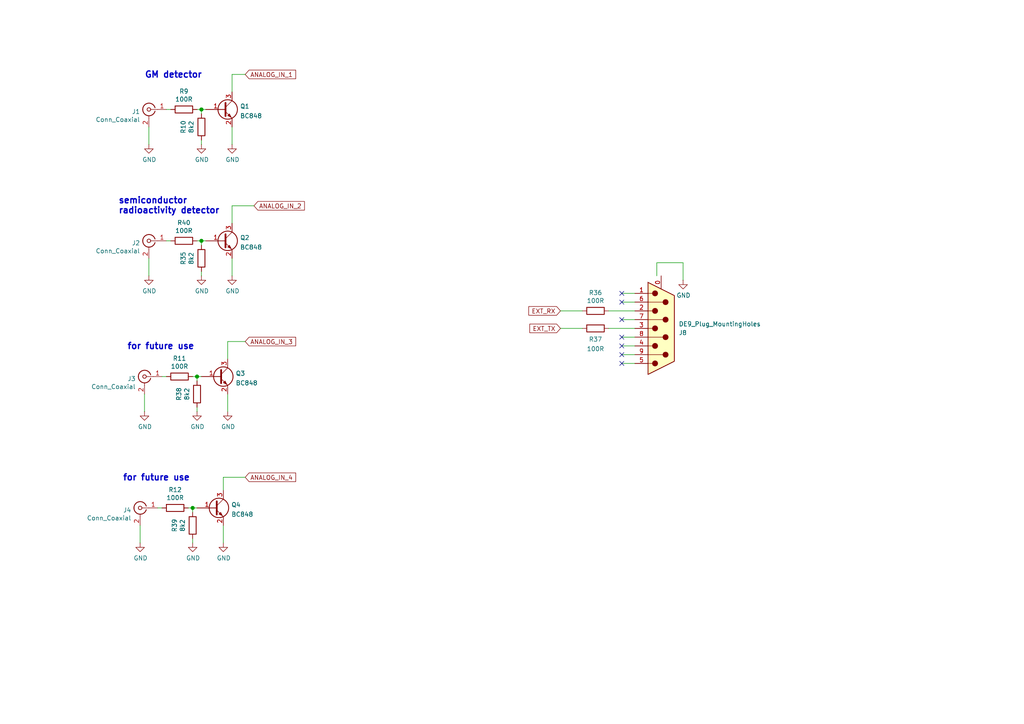
<source format=kicad_sch>
(kicad_sch (version 20231120) (generator "eeschema") (generator_version "8.0")
  (paper "A4")
  (lib_symbols
    (symbol "Connector:Conn_Coaxial" (pin_names (offset 1.016) hide)
      (property "Reference" "J" (at 0.254 3.048 0))
      (property "Value" "Conn_Coaxial" (at 2.921 0 90))
      (symbol "Conn_Coaxial_0_1"
        (arc (start -1.778 -0.508) (mid 0.2311 -1.8066) (end 1.778 0) (stroke (width 0.254)))
        (polyline (pts (xy -2.54 0) (xy -0.508 0)))
        (polyline (pts (xy 0 -2.54) (xy 0 -1.778)))
        (circle (center 0 0) (radius 0.508) (stroke (width 0.2032)))
        (arc (start 1.778 0) (mid 0.2099 1.8101) (end -1.778 0.508) (stroke (width 0.254)))
      )
      (symbol "Conn_Coaxial_1_1"
        (pin passive line (at -5.08 0 0) (length 2.54) (name "In") (number "1"))
        (pin passive line (at 0 -5.08 90) (length 2.54) (name "Ext") (number "2"))
      )
    )
    (symbol "Connector:DE9_Plug_MountingHoles" (pin_names (offset 1.016) hide)
      (property "Reference" "J" (at 0 16.51 0))
      (property "Value" "DE9_Plug_MountingHoles" (at 0 14.605 0))
      (symbol "DE9_Plug_MountingHoles_0_1"
        (circle (center -1.778 -10.16) (radius 0.762) (fill (type outline)))
        (circle (center -1.778 -5.08) (radius 0.762) (fill (type outline)))
        (circle (center -1.778 0) (radius 0.762) (fill (type outline)))
        (circle (center -1.778 5.08) (radius 0.762) (fill (type outline)))
        (circle (center -1.778 10.16) (radius 0.762) (fill (type outline)))
        (polyline (pts (xy -3.81 -10.16) (xy -2.54 -10.16)))
        (polyline (pts (xy -3.81 -7.62) (xy 0.508 -7.62)))
        (polyline (pts (xy -3.81 -5.08) (xy -2.54 -5.08)))
        (polyline (pts (xy -3.81 -2.54) (xy 0.508 -2.54)))
        (polyline (pts (xy -3.81 0) (xy -2.54 0)))
        (polyline (pts (xy -3.81 2.54) (xy 0.508 2.54)))
        (polyline (pts (xy -3.81 5.08) (xy -2.54 5.08)))
        (polyline (pts (xy -3.81 7.62) (xy 0.508 7.62)))
        (polyline (pts (xy -3.81 10.16) (xy -2.54 10.16)))
        (polyline (pts (xy -3.81 -13.335) (xy -3.81 13.335) (xy 3.81 9.525) (xy 3.81 -9.525) (xy -3.81 -13.335)) (stroke (width 0.254)) (fill (type background)))
        (circle (center 1.27 -7.62) (radius 0.762) (fill (type outline)))
        (circle (center 1.27 -2.54) (radius 0.762) (fill (type outline)))
        (circle (center 1.27 2.54) (radius 0.762) (fill (type outline)))
        (circle (center 1.27 7.62) (radius 0.762) (fill (type outline)))
      )
      (symbol "DE9_Plug_MountingHoles_1_1"
        (pin passive line (at 0 -15.24 90) (length 3.81) (name "PAD") (number "0"))
        (pin passive line (at -7.62 -10.16 0) (length 3.81) (name "1") (number "1"))
        (pin passive line (at -7.62 -5.08 0) (length 3.81) (name "2") (number "2"))
        (pin passive line (at -7.62 0 0) (length 3.81) (name "3") (number "3"))
        (pin passive line (at -7.62 5.08 0) (length 3.81) (name "4") (number "4"))
        (pin passive line (at -7.62 10.16 0) (length 3.81) (name "5") (number "5"))
        (pin passive line (at -7.62 -7.62 0) (length 3.81) (name "6") (number "6"))
        (pin passive line (at -7.62 -2.54 0) (length 3.81) (name "7") (number "7"))
        (pin passive line (at -7.62 2.54 0) (length 3.81) (name "8") (number "8"))
        (pin passive line (at -7.62 7.62 0) (length 3.81) (name "9") (number "9"))
      )
    )
    (symbol "Device:R" (pin_numbers hide) (pin_names (offset 0))
      (property "Reference" "R" (at 2.032 0 90))
      (property "Value" "R" (at 0 0 90))
      (symbol "R_0_1"
        (rectangle (start -1.016 -2.54) (end 1.016 2.54) (stroke (width 0.254)))
      )
      (symbol "R_1_1"
        (pin passive line (at 0 3.81 270) (length 1.27) (name "~") (number "1"))
        (pin passive line (at 0 -3.81 90) (length 1.27) (name "~") (number "2"))
      )
    )
    (symbol "Transistor_BJT:BC848" (pin_names (offset 0) hide)
      (property "Reference" "Q" (at 5.08 1.905 0))
      (property "Value" "BC848" (at 5.08 0 0))
      (symbol "BC848_0_1"
        (polyline (pts (xy 0.635 0.635) (xy 2.54 2.54)))
        (polyline (pts (xy 0.635 -0.635) (xy 2.54 -2.54) (xy 2.54 -2.54)))
        (polyline (pts (xy 0.635 1.905) (xy 0.635 -1.905) (xy 0.635 -1.905)) (stroke (width 0.508)))
        (polyline (pts (xy 1.27 -1.778) (xy 1.778 -1.27) (xy 2.286 -2.286) (xy 1.27 -1.778) (xy 1.27 -1.778)) (fill (type outline)))
        (circle (center 1.27 0) (radius 2.8194) (stroke (width 0.254)))
      )
      (symbol "BC848_1_1"
        (pin input line (at -5.08 0 0) (length 5.715) (name "B") (number "1"))
        (pin passive line (at 2.54 -5.08 90) (length 2.54) (name "E") (number "2"))
        (pin passive line (at 2.54 5.08 270) (length 2.54) (name "C") (number "3"))
      )
    )
    (symbol "Transistor_BJT:BC848_1" (pin_names (offset 0) hide)
      (property "Reference" "Q" (at 5.08 1.905 0))
      (property "Value" "BC848" (at 5.08 0 0))
      (symbol "BC848_1_0_1"
        (polyline (pts (xy 0.635 0.635) (xy 2.54 2.54)))
        (polyline (pts (xy 0.635 -0.635) (xy 2.54 -2.54) (xy 2.54 -2.54)))
        (polyline (pts (xy 0.635 1.905) (xy 0.635 -1.905) (xy 0.635 -1.905)) (stroke (width 0.508)))
        (polyline (pts (xy 1.27 -1.778) (xy 1.778 -1.27) (xy 2.286 -2.286) (xy 1.27 -1.778) (xy 1.27 -1.778)) (fill (type outline)))
        (circle (center 1.27 0) (radius 2.8194) (stroke (width 0.254)))
      )
      (symbol "BC848_1_1_1"
        (pin input line (at -5.08 0 0) (length 5.715) (name "B") (number "1"))
        (pin passive line (at 2.54 -5.08 90) (length 2.54) (name "E") (number "2"))
        (pin passive line (at 2.54 5.08 270) (length 2.54) (name "C") (number "3"))
      )
    )
    (symbol "Transistor_BJT:BC848_2" (pin_names (offset 0) hide)
      (property "Reference" "Q" (at 5.08 1.905 0))
      (property "Value" "BC848" (at 5.08 0 0))
      (symbol "BC848_2_0_1"
        (polyline (pts (xy 0.635 0.635) (xy 2.54 2.54)))
        (polyline (pts (xy 0.635 -0.635) (xy 2.54 -2.54) (xy 2.54 -2.54)))
        (polyline (pts (xy 0.635 1.905) (xy 0.635 -1.905) (xy 0.635 -1.905)) (stroke (width 0.508)))
        (polyline (pts (xy 1.27 -1.778) (xy 1.778 -1.27) (xy 2.286 -2.286) (xy 1.27 -1.778) (xy 1.27 -1.778)) (fill (type outline)))
        (circle (center 1.27 0) (radius 2.8194) (stroke (width 0.254)))
      )
      (symbol "BC848_2_1_1"
        (pin input line (at -5.08 0 0) (length 5.715) (name "B") (number "1"))
        (pin passive line (at 2.54 -5.08 90) (length 2.54) (name "E") (number "2"))
        (pin passive line (at 2.54 5.08 270) (length 2.54) (name "C") (number "3"))
      )
    )
    (symbol "power:GND" (power) (pin_numbers hide) (pin_names (offset 0) hide)
      (property "Value" "GND" (at 0 -3.81 0))
      (symbol "GND_0_1"
        (polyline (pts (xy 0 0) (xy 0 -1.27) (xy 1.27 -1.27) (xy 0 -2.54) (xy -1.27 -1.27) (xy 0 -1.27)))
      )
      (symbol "GND_1_1"
        (pin power_in line (at 0 0 270) (length 0) (name "~") (number "1"))
      )
    )
  )
  (junction (at 55.88 147.32) (diameter 1.016))
  (junction (at 58.42 69.85) (diameter 1.016))
  (junction (at 57.15 109.22) (diameter 1.016))
  (junction (at 58.42 31.75) (diameter 1.016))
  (no_connect (at 180.34 85.09))
  (no_connect (at 180.34 87.63))
  (no_connect (at 180.34 92.71))
  (no_connect (at 180.34 97.79))
  (no_connect (at 180.34 100.33))
  (no_connect (at 180.34 102.87))
  (no_connect (at 180.34 105.41))
  (wire (pts (xy 64.77 152.4) (xy 64.77 157.48)))
  (wire (pts (xy 54.61 147.32) (xy 55.88 147.32)))
  (wire (pts (xy 48.26 69.85) (xy 49.53 69.85)))
  (wire (pts (xy 64.77 138.43) (xy 71.12 138.43)))
  (wire (pts (xy 64.77 142.24) (xy 64.77 138.43)))
  (wire (pts (xy 57.15 109.22) (xy 57.15 110.49)))
  (wire (pts (xy 41.91 114.3) (xy 41.91 119.38)))
  (wire (pts (xy 55.88 147.32) (xy 55.88 148.59)))
  (wire (pts (xy 58.42 31.75) (xy 58.42 33.02)))
  (wire (pts (xy 58.42 40.64) (xy 58.42 41.91)))
  (wire (pts (xy 43.18 36.83) (xy 43.18 41.91)))
  (wire (pts (xy 176.53 90.17) (xy 184.15 90.17)))
  (wire (pts (xy 55.88 147.32) (xy 57.15 147.32)))
  (wire (pts (xy 180.34 105.41) (xy 184.15 105.41)))
  (wire (pts (xy 57.15 31.75) (xy 58.42 31.75)))
  (wire (pts (xy 58.42 31.75) (xy 59.69 31.75)))
  (wire (pts (xy 57.15 69.85) (xy 58.42 69.85)))
  (wire (pts (xy 198.12 76.2) (xy 190.5 76.2)))
  (wire (pts (xy 43.18 74.93) (xy 43.18 80.01)))
  (wire (pts (xy 58.42 69.85) (xy 59.69 69.85)))
  (wire (pts (xy 162.56 90.17) (xy 168.91 90.17)))
  (wire (pts (xy 55.88 109.22) (xy 57.15 109.22)))
  (wire (pts (xy 46.99 109.22) (xy 48.26 109.22)))
  (wire (pts (xy 180.34 100.33) (xy 184.15 100.33)))
  (wire (pts (xy 180.34 102.87) (xy 184.15 102.87)))
  (wire (pts (xy 190.5 76.2) (xy 190.5 80.01)))
  (wire (pts (xy 180.34 87.63) (xy 184.15 87.63)))
  (wire (pts (xy 67.31 59.69) (xy 73.66 59.69)))
  (wire (pts (xy 67.31 64.77) (xy 67.31 59.69)))
  (wire (pts (xy 67.31 36.83) (xy 67.31 41.91)))
  (wire (pts (xy 162.56 95.25) (xy 168.91 95.25)))
  (wire (pts (xy 180.34 97.79) (xy 184.15 97.79)))
  (wire (pts (xy 180.34 92.71) (xy 184.15 92.71)))
  (wire (pts (xy 55.88 156.21) (xy 55.88 157.48)))
  (wire (pts (xy 57.15 109.22) (xy 58.42 109.22)))
  (wire (pts (xy 58.42 78.74) (xy 58.42 80.01)))
  (wire (pts (xy 176.53 95.25) (xy 184.15 95.25)))
  (wire (pts (xy 57.15 118.11) (xy 57.15 119.38)))
  (wire (pts (xy 40.64 152.4) (xy 40.64 157.48)))
  (wire (pts (xy 67.31 74.93) (xy 67.31 80.01)))
  (wire (pts (xy 198.12 76.2) (xy 198.12 81.28)))
  (wire (pts (xy 66.04 114.3) (xy 66.04 119.38)))
  (wire (pts (xy 45.72 147.32) (xy 46.99 147.32)))
  (wire (pts (xy 67.31 21.59) (xy 71.12 21.59)))
  (wire (pts (xy 67.31 26.67) (xy 67.31 21.59)))
  (wire (pts (xy 180.34 85.09) (xy 184.15 85.09)))
  (wire (pts (xy 48.26 31.75) (xy 49.53 31.75)))
  (wire (pts (xy 66.04 99.06) (xy 71.12 99.06)))
  (wire (pts (xy 66.04 104.14) (xy 66.04 99.06)))
  (wire (pts (xy 58.42 69.85) (xy 58.42 71.12)))
  (text "semiconductor \nradioactivity detector" (at 34.29 62.23 0) (effects (font (size 1.8034 1.8034) (thickness 0.3607) (bold yes)) (justify left bottom)))
  (text "GM detector" (at 41.91 22.86 0) (effects (font (size 1.8034 1.8034) (thickness 0.3607) (bold yes)) (justify left bottom)))
  (text "for future use" (at 35.56 139.7 0) (effects (font (size 1.8034 1.8034) (thickness 0.3607) (bold yes)) (justify left bottom)))
  (text "for future use" (at 36.83 101.6 0) (effects (font (size 1.8034 1.8034) (thickness 0.3607) (bold yes)) (justify left bottom)))
  (global_label "ANALOG_IN_1" (shape input) (at 71.12 21.59 0) (property "Intersheetrefs" "${INTERSHEET_REFS}" (effects (hide yes))))
  (global_label "EXT_RX" (shape input) (at 162.56 90.17 180) (property "Intersheetrefs" "${INTERSHEET_REFS}" (effects (hide yes))))
  (global_label "EXT_TX" (shape input) (at 162.56 95.25 180) (property "Intersheetrefs" "${INTERSHEET_REFS}" (effects (hide yes))))
  (global_label "ANALOG_IN_3" (shape input) (at 71.12 99.06 0) (property "Intersheetrefs" "${INTERSHEET_REFS}" (effects (hide yes))))
  (global_label "ANALOG_IN_2" (shape input) (at 73.66 59.69 0) (property "Intersheetrefs" "${INTERSHEET_REFS}" (effects (hide yes))))
  (global_label "ANALOG_IN_4" (shape input) (at 71.12 138.43 0) (property "Intersheetrefs" "${INTERSHEET_REFS}" (effects (hide yes))))
  (symbol (lib_id "Connector:Conn_Coaxial") (at 43.18 31.75 0) (mirror y) (unit 1)
    (property "Reference" "J1" (at 40.64 32.385 0) (effects (justify left)))
    (property "Value" "Conn_Coaxial" (at 40.64 34.6964 0) (effects (justify left)))
    (property "Footprint" "Connector_Coaxial:SMA_Molex_73251-2200_Horizontal" (effects (hide yes)))
    (property "Description" "coaxial connector (BNC, SMA, SMB, SMC, Cinch/RCA, LEMO, ...)" (effects (hide yes)))
  )
  (symbol (lib_id "power:GND") (at 43.18 41.91 0) (unit 1)
    (property "Reference" "#PWR013" (effects (hide yes)))
    (property "Value" "GND" (at 43.307 46.3042 0))
    (property "Description" "Power symbol creates a global label with name \"GND\" , ground" (effects (hide yes)))
  )
  (symbol (lib_id "Device:R") (at 53.34 31.75 90) (unit 1)
    (property "Reference" "R9" (at 53.34 26.4922 90))
    (property "Value" "100R" (at 53.34 28.8036 90))
    (property "Footprint" "Resistor_SMD:R_0805_2012Metric" (effects (hide yes)))
  )
  (symbol (lib_id "Connector:Conn_Coaxial") (at 43.18 69.85 0) (mirror y) (unit 1)
    (property "Reference" "J2" (at 40.64 70.485 0) (effects (justify left)))
    (property "Value" "Conn_Coaxial" (at 40.64 72.7964 0) (effects (justify left)))
    (property "Footprint" "Connector_Coaxial:SMA_Molex_73251-2200_Horizontal" (effects (hide yes)))
    (property "Description" "coaxial connector (BNC, SMA, SMB, SMC, Cinch/RCA, LEMO, ...)" (effects (hide yes)))
  )
  (symbol (lib_id "power:GND") (at 43.18 80.01 0) (unit 1)
    (property "Reference" "#PWR014" (effects (hide yes)))
    (property "Value" "GND" (at 43.307 84.4042 0))
    (property "Description" "Power symbol creates a global label with name \"GND\" , ground" (effects (hide yes)))
  )
  (symbol (lib_id "Connector:Conn_Coaxial") (at 41.91 109.22 0) (mirror y) (unit 1)
    (property "Reference" "J3" (at 39.37 109.855 0) (effects (justify left)))
    (property "Value" "Conn_Coaxial" (at 39.37 112.1664 0) (effects (justify left)))
    (property "Footprint" "Connector_Coaxial:SMA_Molex_73251-2200_Horizontal" (effects (hide yes)))
    (property "Description" "coaxial connector (BNC, SMA, SMB, SMC, Cinch/RCA, LEMO, ...)" (effects (hide yes)))
  )
  (symbol (lib_id "power:GND") (at 41.91 119.38 0) (unit 1)
    (property "Reference" "#PWR015" (effects (hide yes)))
    (property "Value" "GND" (at 42.037 123.7742 0))
    (property "Description" "Power symbol creates a global label with name \"GND\" , ground" (effects (hide yes)))
  )
  (symbol (lib_id "Device:R") (at 52.07 109.22 90) (unit 1)
    (property "Reference" "R11" (at 52.07 103.9622 90))
    (property "Value" "100R" (at 52.07 106.2736 90))
    (property "Footprint" "Resistor_SMD:R_0805_2012Metric" (effects (hide yes)))
  )
  (symbol (lib_id "Connector:Conn_Coaxial") (at 40.64 147.32 0) (mirror y) (unit 1)
    (property "Reference" "J4" (at 38.1 147.955 0) (effects (justify left)))
    (property "Value" "Conn_Coaxial" (at 38.1 150.2664 0) (effects (justify left)))
    (property "Footprint" "Connector_Coaxial:SMA_Molex_73251-2200_Horizontal" (effects (hide yes)))
    (property "Description" "coaxial connector (BNC, SMA, SMB, SMC, Cinch/RCA, LEMO, ...)" (effects (hide yes)))
  )
  (symbol (lib_id "power:GND") (at 40.64 157.48 0) (unit 1)
    (property "Reference" "#PWR016" (effects (hide yes)))
    (property "Value" "GND" (at 40.767 161.8742 0))
    (property "Description" "Power symbol creates a global label with name \"GND\" , ground" (effects (hide yes)))
  )
  (symbol (lib_id "Device:R") (at 50.8 147.32 90) (unit 1)
    (property "Reference" "R12" (at 50.8 142.0622 90))
    (property "Value" "100R" (at 50.8 144.3736 90))
    (property "Footprint" "Resistor_SMD:R_0805_2012Metric" (effects (hide yes)))
  )
  (symbol (lib_id "Connector:DE9_Plug_MountingHoles") (at 191.77 95.25 0) (mirror x) (unit 1)
    (property "Reference" "J8" (at 196.85 96.5201 0) (effects (justify left)))
    (property "Value" "DE9_Plug_MountingHoles" (at 196.85 93.9801 0) (effects (justify left)))
    (property "Footprint" "Connector_Dsub:DSUB-9_Female_Horizontal_P2.77x2.84mm_EdgePinOffset4.94mm_Housed_MountingHolesOffset7.48mm" (effects (hide yes)))
    (property "Description" "9-pin male plug pin D-SUB connector, Mounting Hole" (effects (hide yes)))
  )
  (symbol (lib_id "power:GND") (at 58.42 80.01 0) (unit 1)
    (property "Reference" "#PWR040" (effects (hide yes)))
    (property "Value" "GND" (at 58.547 84.4042 0))
    (property "Description" "Power symbol creates a global label with name \"GND\" , ground" (effects (hide yes)))
  )
  (symbol (lib_id "power:GND") (at 58.42 41.91 0) (unit 1)
    (property "Reference" "#PWR038" (effects (hide yes)))
    (property "Value" "GND" (at 58.547 46.3042 0))
    (property "Description" "Power symbol creates a global label with name \"GND\" , ground" (effects (hide yes)))
  )
  (symbol (lib_id "power:GND") (at 57.15 119.38 0) (unit 1)
    (property "Reference" "#PWR042" (effects (hide yes)))
    (property "Value" "GND" (at 57.277 123.7742 0))
    (property "Description" "Power symbol creates a global label with name \"GND\" , ground" (effects (hide yes)))
  )
  (symbol (lib_id "power:GND") (at 198.12 81.28 0) (unit 1)
    (property "Reference" "#PWR037" (effects (hide yes)))
    (property "Value" "GND" (at 198.247 85.6742 0))
    (property "Description" "Power symbol creates a global label with name \"GND\" , ground" (effects (hide yes)))
  )
  (symbol (lib_id "Device:R") (at 58.42 36.83 180) (unit 1)
    (property "Reference" "R10" (at 53.1622 36.83 90))
    (property "Value" "8k2" (at 55.4736 36.83 90))
    (property "Footprint" "Resistor_SMD:R_0805_2012Metric" (effects (hide yes)))
  )
  (symbol (lib_id "Device:R") (at 172.72 95.25 90) (unit 1)
    (property "Reference" "R37" (at 172.72 98.4156 90))
    (property "Value" "100R" (at 172.72 101.1907 90))
    (property "Footprint" "Resistor_SMD:R_0805_2012Metric" (effects (hide yes)))
  )
  (symbol (lib_id "power:GND") (at 66.04 119.38 0) (unit 1)
    (property "Reference" "#PWR043" (effects (hide yes)))
    (property "Value" "GND" (at 66.167 123.7742 0))
    (property "Description" "Power symbol creates a global label with name \"GND\" , ground" (effects (hide yes)))
  )
  (symbol (lib_id "Device:R") (at 53.34 69.85 90) (unit 1)
    (property "Reference" "R40" (at 53.34 64.5922 90))
    (property "Value" "100R" (at 53.34 66.9036 90))
    (property "Footprint" "Resistor_SMD:R_0805_2012Metric" (effects (hide yes)))
  )
  (symbol (lib_id "power:GND") (at 64.77 157.48 0) (unit 1)
    (property "Reference" "#PWR045" (effects (hide yes)))
    (property "Value" "GND" (at 64.897 161.8742 0))
    (property "Description" "Power symbol creates a global label with name \"GND\" , ground" (effects (hide yes)))
  )
  (symbol (lib_id "power:GND") (at 55.88 157.48 0) (unit 1)
    (property "Reference" "#PWR044" (effects (hide yes)))
    (property "Value" "GND" (at 56.007 161.8742 0))
    (property "Description" "Power symbol creates a global label with name \"GND\" , ground" (effects (hide yes)))
  )
  (symbol (lib_id "Device:R") (at 172.72 90.17 90) (unit 1)
    (property "Reference" "R36" (at 172.72 84.9122 90))
    (property "Value" "100R" (at 172.72 87.2236 90))
    (property "Footprint" "Resistor_SMD:R_0805_2012Metric" (effects (hide yes)))
  )
  (symbol (lib_id "Device:R") (at 57.15 114.3 180) (unit 1)
    (property "Reference" "R38" (at 51.8922 114.3 90))
    (property "Value" "8k2" (at 54.2036 114.3 90))
    (property "Footprint" "Resistor_SMD:R_0805_2012Metric" (effects (hide yes)))
  )
  (symbol (lib_id "Device:R") (at 55.88 152.4 180) (unit 1)
    (property "Reference" "R39" (at 50.6222 152.4 90))
    (property "Value" "8k2" (at 52.9336 152.4 90))
    (property "Footprint" "Resistor_SMD:R_0805_2012Metric" (effects (hide yes)))
  )
  (symbol (lib_id "power:GND") (at 67.31 41.91 0) (unit 1)
    (property "Reference" "#PWR039" (effects (hide yes)))
    (property "Value" "GND" (at 67.437 46.3042 0))
    (property "Description" "Power symbol creates a global label with name \"GND\" , ground" (effects (hide yes)))
  )
  (symbol (lib_name "Transistor_BJT:BC848_1") (lib_id "Transistor_BJT:BC848") (at 63.5 109.22 0) (unit 1)
    (property "Reference" "Q3" (at 68.3515 108.3115 0) (effects (justify left)))
    (property "Value" "BC848" (at 68.3515 111.0866 0) (effects (justify left)))
    (property "Footprint" "Package_TO_SOT_SMD:SOT-23" (effects (hide yes)))
    (property "Datasheet" "http://www.infineon.com/dgdl/Infineon-BC847SERIES_BC848SERIES_BC849SERIES_BC850SERIES-DS-v01_01-en.pdf?fileId=db3a304314dca389011541d4630a1657" (effects (hide yes)))
  )
  (symbol (lib_id "Transistor_BJT:BC848") (at 62.23 147.32 0) (unit 1)
    (property "Reference" "Q4" (at 67.0815 146.4115 0) (effects (justify left)))
    (property "Value" "BC848" (at 67.0815 149.1866 0) (effects (justify left)))
    (property "Footprint" "Package_TO_SOT_SMD:SOT-23" (effects (hide yes)))
    (property "Datasheet" "http://www.infineon.com/dgdl/Infineon-BC847SERIES_BC848SERIES_BC849SERIES_BC850SERIES-DS-v01_01-en.pdf?fileId=db3a304314dca389011541d4630a1657" (effects (hide yes)))
  )
  (symbol (lib_id "power:GND") (at 67.31 80.01 0) (unit 1)
    (property "Reference" "#PWR041" (effects (hide yes)))
    (property "Value" "GND" (at 67.437 84.4042 0))
    (property "Description" "Power symbol creates a global label with name \"GND\" , ground" (effects (hide yes)))
  )
  (symbol (lib_id "Transistor_BJT:BC848") (at 64.77 31.75 0) (unit 1)
    (property "Reference" "Q1" (at 69.6215 30.8415 0) (effects (justify left)))
    (property "Value" "BC848" (at 69.6215 33.6166 0) (effects (justify left)))
    (property "Footprint" "Package_TO_SOT_SMD:SOT-23" (effects (hide yes)))
    (property "Datasheet" "http://www.infineon.com/dgdl/Infineon-BC847SERIES_BC848SERIES_BC849SERIES_BC850SERIES-DS-v01_01-en.pdf?fileId=db3a304314dca389011541d4630a1657" (effects (hide yes)))
  )
  (symbol (lib_id "Device:R") (at 58.42 74.93 180) (unit 1)
    (property "Reference" "R35" (at 53.1622 74.93 90))
    (property "Value" "8k2" (at 55.4736 74.93 90))
    (property "Footprint" "Resistor_SMD:R_0805_2012Metric" (effects (hide yes)))
  )
  (symbol (lib_name "Transistor_BJT:BC848_2") (lib_id "Transistor_BJT:BC848") (at 64.77 69.85 0) (unit 1)
    (property "Reference" "Q2" (at 69.6215 68.9415 0) (effects (justify left)))
    (property "Value" "BC848" (at 69.6215 71.7166 0) (effects (justify left)))
    (property "Footprint" "Package_TO_SOT_SMD:SOT-23" (effects (hide yes)))
    (property "Datasheet" "http://www.infineon.com/dgdl/Infineon-BC847SERIES_BC848SERIES_BC849SERIES_BC850SERIES-DS-v01_01-en.pdf?fileId=db3a304314dca389011541d4630a1657" (effects (hide yes)))
  )
)
</source>
